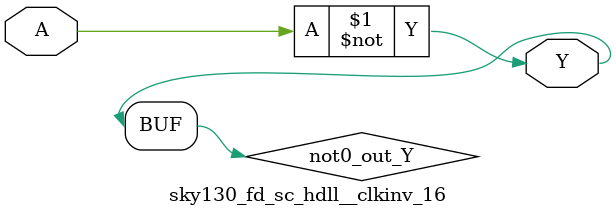
<source format=v>
/*
 * Copyright 2020 The SkyWater PDK Authors
 *
 * Licensed under the Apache License, Version 2.0 (the "License");
 * you may not use this file except in compliance with the License.
 * You may obtain a copy of the License at
 *
 *     https://www.apache.org/licenses/LICENSE-2.0
 *
 * Unless required by applicable law or agreed to in writing, software
 * distributed under the License is distributed on an "AS IS" BASIS,
 * WITHOUT WARRANTIES OR CONDITIONS OF ANY KIND, either express or implied.
 * See the License for the specific language governing permissions and
 * limitations under the License.
 *
 * SPDX-License-Identifier: Apache-2.0
*/


`ifndef SKY130_FD_SC_HDLL__CLKINV_16_FUNCTIONAL_V
`define SKY130_FD_SC_HDLL__CLKINV_16_FUNCTIONAL_V

/**
 * clkinv: Clock tree inverter.
 *
 * Verilog simulation functional model.
 */

`timescale 1ns / 1ps
`default_nettype none

`celldefine
module sky130_fd_sc_hdll__clkinv_16 (
    Y,
    A
);

    // Module ports
    output Y;
    input  A;

    // Local signals
    wire not0_out_Y;

    //  Name  Output      Other arguments
    not not0 (not0_out_Y, A              );
    buf buf0 (Y         , not0_out_Y     );

endmodule
`endcelldefine

`default_nettype wire
`endif  // SKY130_FD_SC_HDLL__CLKINV_16_FUNCTIONAL_V

</source>
